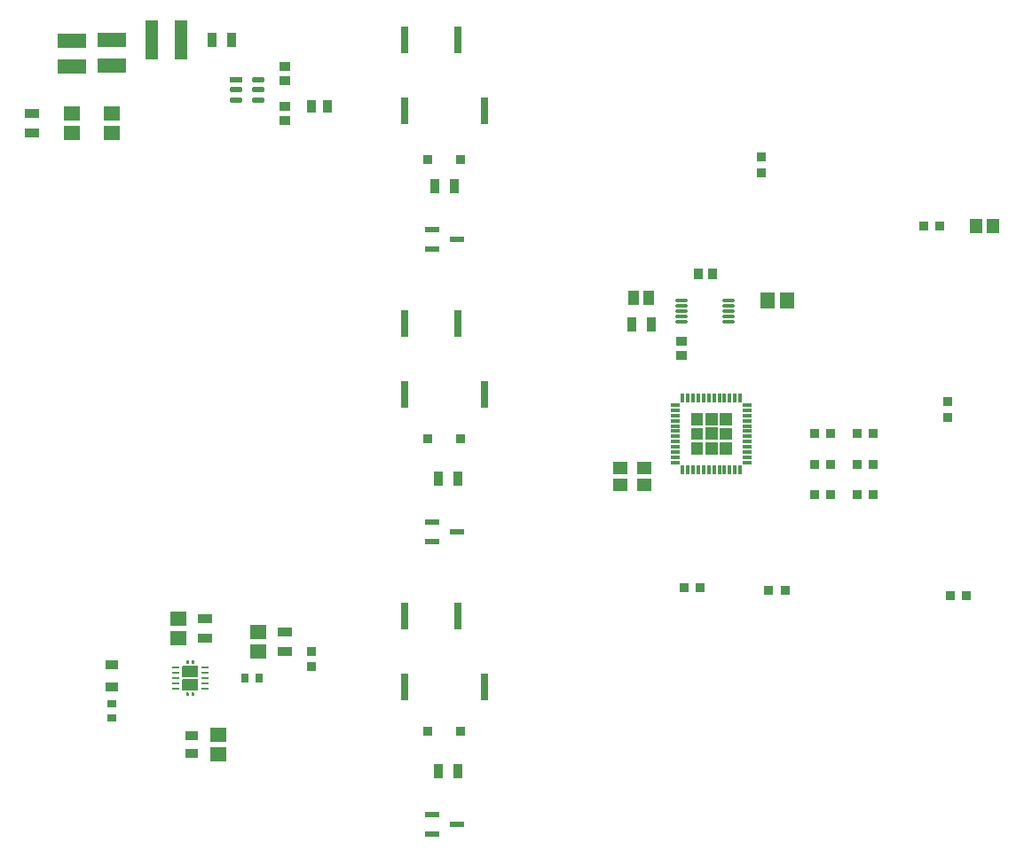
<source format=gtp>
G04*
G04 #@! TF.GenerationSoftware,Altium Limited,Altium Designer,25.2.1 (25)*
G04*
G04 Layer_Color=8421504*
%FSLAX44Y44*%
%MOMM*%
G71*
G04*
G04 #@! TF.SameCoordinates,E5E090E4-F6E9-416A-80E2-435660C576E3*
G04*
G04*
G04 #@! TF.FilePolarity,Positive*
G04*
G01*
G75*
%ADD17R,1.3500X0.6000*%
%ADD18R,1.3000X1.4500*%
%ADD19R,0.9500X0.9000*%
G04:AMPARAMS|DCode=20|XSize=0.26mm|YSize=0.88mm|CornerRadius=0.0325mm|HoleSize=0mm|Usage=FLASHONLY|Rotation=90.000|XOffset=0mm|YOffset=0mm|HoleType=Round|Shape=RoundedRectangle|*
%AMROUNDEDRECTD20*
21,1,0.2600,0.8150,0,0,90.0*
21,1,0.1950,0.8800,0,0,90.0*
1,1,0.0650,0.4075,0.0975*
1,1,0.0650,0.4075,-0.0975*
1,1,0.0650,-0.4075,-0.0975*
1,1,0.0650,-0.4075,0.0975*
%
%ADD20ROUNDEDRECTD20*%
%ADD21O,1.3500X0.3000*%
%ADD22R,0.9500X0.9500*%
%ADD23R,0.9000X0.9500*%
%ADD24R,0.9000X1.0500*%
%ADD25R,1.0546X1.3562*%
%ADD26R,1.0500X0.9000*%
%ADD27R,0.9500X1.4000*%
%ADD28R,0.7556X0.8121*%
%ADD29R,1.5562X1.4546*%
%ADD30R,1.2544X0.5321*%
G04:AMPARAMS|DCode=31|XSize=1.2544mm|YSize=0.5321mm|CornerRadius=0.2661mm|HoleSize=0mm|Usage=FLASHONLY|Rotation=0.000|XOffset=0mm|YOffset=0mm|HoleType=Round|Shape=RoundedRectangle|*
%AMROUNDEDRECTD31*
21,1,1.2544,0.0000,0,0,0.0*
21,1,0.7223,0.5321,0,0,0.0*
1,1,0.5321,0.3611,0.0000*
1,1,0.5321,-0.3611,0.0000*
1,1,0.5321,-0.3611,0.0000*
1,1,0.5321,0.3611,0.0000*
%
%ADD31ROUNDEDRECTD31*%
%ADD32R,1.4000X0.9500*%
G04:AMPARAMS|DCode=33|XSize=0.88mm|YSize=0.26mm|CornerRadius=0.0325mm|HoleSize=0mm|Usage=FLASHONLY|Rotation=90.000|XOffset=0mm|YOffset=0mm|HoleType=Round|Shape=RoundedRectangle|*
%AMROUNDEDRECTD33*
21,1,0.8800,0.1950,0,0,90.0*
21,1,0.8150,0.2600,0,0,90.0*
1,1,0.0650,0.0975,0.4075*
1,1,0.0650,0.0975,-0.4075*
1,1,0.0650,-0.0975,-0.4075*
1,1,0.0650,-0.0975,0.4075*
%
%ADD33ROUNDEDRECTD33*%
%ADD34R,1.1700X1.1700*%
%ADD35R,1.4546X1.5562*%
%ADD36R,1.4500X1.3000*%
G04:AMPARAMS|DCode=37|XSize=0.6mm|YSize=0.24mm|CornerRadius=0.0504mm|HoleSize=0mm|Usage=FLASHONLY|Rotation=0.000|XOffset=0mm|YOffset=0mm|HoleType=Round|Shape=RoundedRectangle|*
%AMROUNDEDRECTD37*
21,1,0.6000,0.1392,0,0,0.0*
21,1,0.4992,0.2400,0,0,0.0*
1,1,0.1008,0.2496,-0.0696*
1,1,0.1008,-0.2496,-0.0696*
1,1,0.1008,-0.2496,0.0696*
1,1,0.1008,0.2496,0.0696*
%
%ADD37ROUNDEDRECTD37*%
%ADD38R,0.8581X1.2621*%
%ADD39R,1.2000X0.9000*%
%ADD40R,0.9121X0.9581*%
%ADD41R,1.3082X0.8065*%
%ADD42R,0.8121X0.7556*%
%ADD43R,2.7042X1.4526*%
%ADD44R,0.8000X2.6600*%
%ADD45R,1.2000X3.7000*%
G36*
X1455420Y1320810D02*
X1443720D01*
Y1332510D01*
X1455420D01*
Y1320810D01*
D02*
G37*
G36*
X1441720D02*
X1430020D01*
Y1332510D01*
X1441720D01*
Y1320810D01*
D02*
G37*
G36*
X1428020D02*
X1416320D01*
Y1332510D01*
X1428020D01*
Y1320810D01*
D02*
G37*
G36*
X1455420Y1307110D02*
X1443720D01*
Y1318810D01*
X1455420D01*
Y1307110D01*
D02*
G37*
G36*
X1428020D02*
X1416320D01*
Y1318810D01*
X1428020D01*
Y1307110D01*
D02*
G37*
G36*
X1455420Y1293410D02*
X1443720D01*
Y1305110D01*
X1455420D01*
Y1293410D01*
D02*
G37*
G36*
X1441720D02*
X1430020D01*
Y1305110D01*
X1441720D01*
Y1293410D01*
D02*
G37*
G36*
X1428020D02*
X1416320D01*
Y1305110D01*
X1428020D01*
Y1293410D01*
D02*
G37*
G36*
X942033Y1096424D02*
X942174Y1096283D01*
X942250Y1096099D01*
Y1096000D01*
Y1093600D01*
Y1093501D01*
X942174Y1093317D01*
X942033Y1093176D01*
X941849Y1093100D01*
X940151D01*
X939967Y1093176D01*
X939826Y1093317D01*
X939750Y1093501D01*
Y1093600D01*
Y1096000D01*
Y1096099D01*
X939826Y1096283D01*
X939967Y1096424D01*
X940151Y1096500D01*
X941849D01*
X942033Y1096424D01*
D02*
G37*
G36*
X937033D02*
X937174Y1096283D01*
X937250Y1096099D01*
Y1096000D01*
Y1093600D01*
Y1093501D01*
X937174Y1093317D01*
X937033Y1093176D01*
X936849Y1093100D01*
X935151D01*
X934967Y1093176D01*
X934826Y1093317D01*
X934750Y1093501D01*
Y1093600D01*
Y1096000D01*
Y1096099D01*
X934826Y1096283D01*
X934967Y1096424D01*
X935151Y1096500D01*
X936849D01*
X937033Y1096424D01*
D02*
G37*
G36*
X945783Y1091024D02*
X945924Y1090883D01*
X946000Y1090699D01*
Y1090600D01*
Y1081000D01*
Y1080900D01*
X945924Y1080717D01*
X945783Y1080576D01*
X945600Y1080500D01*
X931401D01*
X931217Y1080576D01*
X931076Y1080717D01*
X931000Y1080900D01*
Y1081000D01*
Y1090600D01*
Y1090699D01*
X931076Y1090883D01*
X931217Y1091024D01*
X931401Y1091100D01*
X945600D01*
X945783Y1091024D01*
D02*
G37*
G36*
Y1078424D02*
X945924Y1078283D01*
X946000Y1078099D01*
Y1078000D01*
Y1068400D01*
Y1068300D01*
X945924Y1068117D01*
X945783Y1067976D01*
X945600Y1067900D01*
X931401D01*
X931217Y1067976D01*
X931076Y1068117D01*
X931000Y1068300D01*
Y1068400D01*
Y1078000D01*
Y1078099D01*
X931076Y1078283D01*
X931217Y1078424D01*
X931401Y1078500D01*
X945600D01*
X945783Y1078424D01*
D02*
G37*
G36*
X942033Y1065824D02*
X942174Y1065683D01*
X942250Y1065499D01*
Y1065400D01*
Y1063000D01*
Y1062900D01*
X942174Y1062717D01*
X942033Y1062576D01*
X941849Y1062500D01*
X940151D01*
X939967Y1062576D01*
X939826Y1062717D01*
X939750Y1062900D01*
Y1063000D01*
Y1065400D01*
Y1065499D01*
X939826Y1065683D01*
X939967Y1065824D01*
X940151Y1065900D01*
X941849D01*
X942033Y1065824D01*
D02*
G37*
G36*
X937033D02*
X937174Y1065683D01*
X937250Y1065499D01*
Y1065400D01*
Y1063000D01*
Y1062900D01*
X937174Y1062717D01*
X937033Y1062576D01*
X936849Y1062500D01*
X935151D01*
X934967Y1062576D01*
X934826Y1062717D01*
X934750Y1062900D01*
Y1063000D01*
Y1065400D01*
Y1065499D01*
X934826Y1065683D01*
X934967Y1065824D01*
X935151Y1065900D01*
X936849D01*
X937033Y1065824D01*
D02*
G37*
D17*
X1169100Y1489100D02*
D03*
X1193100Y939800D02*
D03*
X1169100Y930300D02*
D03*
Y949300D02*
D03*
X1193100Y1219200D02*
D03*
X1169100Y1209700D02*
D03*
Y1228700D02*
D03*
Y1508100D02*
D03*
X1193100Y1498600D02*
D03*
D18*
X1688720Y1511300D02*
D03*
X1704720D02*
D03*
D19*
X1653670D02*
D03*
X1638170D02*
D03*
X1534030Y1313180D02*
D03*
X1549530D02*
D03*
X1534030Y1283970D02*
D03*
X1549530D02*
D03*
X1534030Y1254760D02*
D03*
X1549530D02*
D03*
X1425070Y1165860D02*
D03*
X1409570D02*
D03*
X1506220Y1163320D02*
D03*
X1490720D02*
D03*
X1679070Y1158240D02*
D03*
X1663570D02*
D03*
D20*
X1470220Y1335460D02*
D03*
Y1330460D02*
D03*
Y1320460D02*
D03*
Y1325460D02*
D03*
Y1285460D02*
D03*
Y1290460D02*
D03*
Y1295460D02*
D03*
Y1300460D02*
D03*
Y1305460D02*
D03*
Y1310460D02*
D03*
Y1315460D02*
D03*
Y1340460D02*
D03*
X1401520D02*
D03*
Y1335460D02*
D03*
Y1330460D02*
D03*
Y1325460D02*
D03*
Y1320460D02*
D03*
Y1315460D02*
D03*
Y1310460D02*
D03*
Y1305460D02*
D03*
Y1300460D02*
D03*
Y1295460D02*
D03*
Y1290460D02*
D03*
Y1285460D02*
D03*
D21*
X1407770Y1440020D02*
D03*
Y1435020D02*
D03*
Y1430020D02*
D03*
Y1425020D02*
D03*
Y1420020D02*
D03*
X1452270Y1440020D02*
D03*
Y1435020D02*
D03*
Y1430020D02*
D03*
Y1425020D02*
D03*
Y1420020D02*
D03*
D22*
X1589920Y1254760D02*
D03*
X1574920D02*
D03*
X1589920Y1283970D02*
D03*
X1574920D02*
D03*
X1589920Y1313180D02*
D03*
X1574920D02*
D03*
D23*
X1483360Y1577470D02*
D03*
Y1561970D02*
D03*
X1661160Y1328290D02*
D03*
Y1343790D02*
D03*
X1196850Y1028700D02*
D03*
X1165350Y1028700D02*
D03*
X1196850Y1308100D02*
D03*
X1165350Y1308100D02*
D03*
X1196850Y1574800D02*
D03*
X1165350Y1574800D02*
D03*
D24*
X1436770Y1465580D02*
D03*
X1423270D02*
D03*
D25*
X1376318Y1442720D02*
D03*
X1361802D02*
D03*
D26*
X1407160Y1401210D02*
D03*
Y1387710D02*
D03*
X1028700Y1612100D02*
D03*
Y1625600D02*
D03*
Y1650200D02*
D03*
Y1663700D02*
D03*
D27*
X1359810Y1417320D02*
D03*
X1378310D02*
D03*
X1193800Y990600D02*
D03*
X1175300D02*
D03*
X1193800Y1270000D02*
D03*
X1175300D02*
D03*
X1171850Y1549400D02*
D03*
X1190350D02*
D03*
X959400Y1689100D02*
D03*
X977900D02*
D03*
D28*
X990600Y1079500D02*
D03*
X1004106D02*
D03*
D29*
X1003300Y1104900D02*
D03*
Y1123416D02*
D03*
X863600Y1600200D02*
D03*
Y1618716D02*
D03*
X825500Y1600200D02*
D03*
Y1618716D02*
D03*
X927100Y1117600D02*
D03*
Y1136116D02*
D03*
X965200Y1006742D02*
D03*
Y1025258D02*
D03*
D30*
X982294Y1651000D02*
D03*
D31*
Y1641500D02*
D03*
Y1632000D02*
D03*
X1003300D02*
D03*
Y1641500D02*
D03*
Y1651000D02*
D03*
D32*
X787400Y1600200D02*
D03*
Y1618700D02*
D03*
X1028700Y1123400D02*
D03*
Y1104900D02*
D03*
X952500Y1117600D02*
D03*
Y1136100D02*
D03*
D33*
X1408370Y1278610D02*
D03*
X1413370D02*
D03*
X1418370D02*
D03*
X1423370D02*
D03*
X1428370D02*
D03*
X1433370D02*
D03*
X1438370D02*
D03*
X1443370D02*
D03*
X1448370D02*
D03*
X1453370D02*
D03*
X1458370D02*
D03*
X1463370D02*
D03*
Y1347310D02*
D03*
X1458370D02*
D03*
X1453370D02*
D03*
X1448370D02*
D03*
X1443370D02*
D03*
X1438370D02*
D03*
X1433370D02*
D03*
X1428370D02*
D03*
X1423370D02*
D03*
X1418370D02*
D03*
X1413370D02*
D03*
X1408370D02*
D03*
D34*
X1435870Y1312960D02*
D03*
D35*
X1489342Y1440180D02*
D03*
X1507858D02*
D03*
D36*
X1371600Y1264540D02*
D03*
Y1280540D02*
D03*
X1348740Y1264540D02*
D03*
Y1280540D02*
D03*
D37*
X952500Y1089500D02*
D03*
Y1084500D02*
D03*
Y1079500D02*
D03*
Y1074500D02*
D03*
Y1069500D02*
D03*
X924500D02*
D03*
Y1074500D02*
D03*
Y1079500D02*
D03*
Y1084500D02*
D03*
Y1089500D02*
D03*
D38*
X1054100Y1625600D02*
D03*
X1069640D02*
D03*
D39*
X863600Y1092200D02*
D03*
Y1071200D02*
D03*
D40*
X1054100Y1104900D02*
D03*
Y1090360D02*
D03*
D41*
X939800Y1024509D02*
D03*
Y1007491D02*
D03*
D42*
X863600Y1054906D02*
D03*
Y1041400D02*
D03*
D43*
X825500Y1688205D02*
D03*
Y1663700D02*
D03*
X863600Y1689100D02*
D03*
Y1664595D02*
D03*
D44*
X1143000Y1418000D02*
D03*
Y1350600D02*
D03*
X1219200D02*
D03*
X1193800Y1418000D02*
D03*
X1143000Y1689100D02*
D03*
Y1621700D02*
D03*
X1219200D02*
D03*
X1193800Y1689100D02*
D03*
Y1138600D02*
D03*
X1219200Y1071200D02*
D03*
X1143000D02*
D03*
Y1138600D02*
D03*
D45*
X901700Y1689100D02*
D03*
X929700D02*
D03*
M02*

</source>
